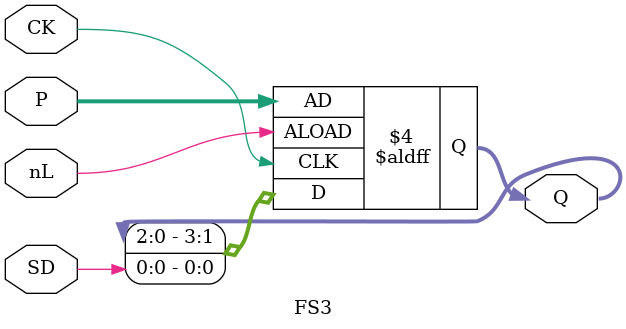
<source format=v>

`timescale 1ns/100ps

module FS3(
	input CK,
	input [3:0] P,
	input SD, nL,
	output reg [3:0] Q = 4'd0
);
	
	always @(posedge CK, negedge nL) begin
		if (!nL)
			Q <= #2 P;					// Load tmax = 8.1ns
		else
			Q <= #1 {Q[2:0], SD};	// Shift tmax = 6.1ns
	end

endmodule

</source>
